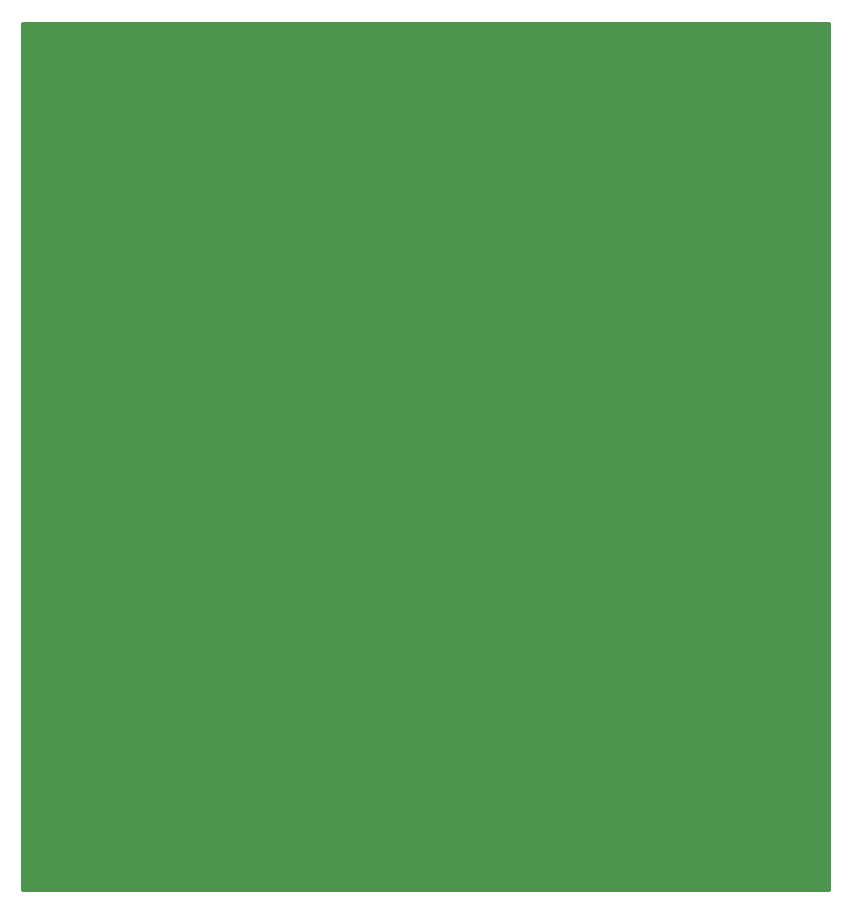
<source format=gbr>
G04 #@! TF.GenerationSoftware,KiCad,Pcbnew,(5.1.5)-3*
G04 #@! TF.CreationDate,2020-04-26T18:57:48+02:00*
G04 #@! TF.ProjectId,czujnikParkowania,637a756a-6e69-46b5-9061-726b6f77616e,rev?*
G04 #@! TF.SameCoordinates,Original*
G04 #@! TF.FileFunction,Profile,NP*
%FSLAX46Y46*%
G04 Gerber Fmt 4.6, Leading zero omitted, Abs format (unit mm)*
G04 Created by KiCad (PCBNEW (5.1.5)-3) date 2020-04-26 18:57:48*
%MOMM*%
%LPD*%
G04 APERTURE LIST*
%ADD10C,0.254000*%
G04 APERTURE END LIST*
D10*
G36*
X83693000Y-88773000D02*
G01*
X15367000Y-88773000D01*
X15367000Y-15367000D01*
X83693000Y-15367000D01*
X83693000Y-88773000D01*
G37*
X83693000Y-88773000D02*
X15367000Y-88773000D01*
X15367000Y-15367000D01*
X83693000Y-15367000D01*
X83693000Y-88773000D01*
M02*

</source>
